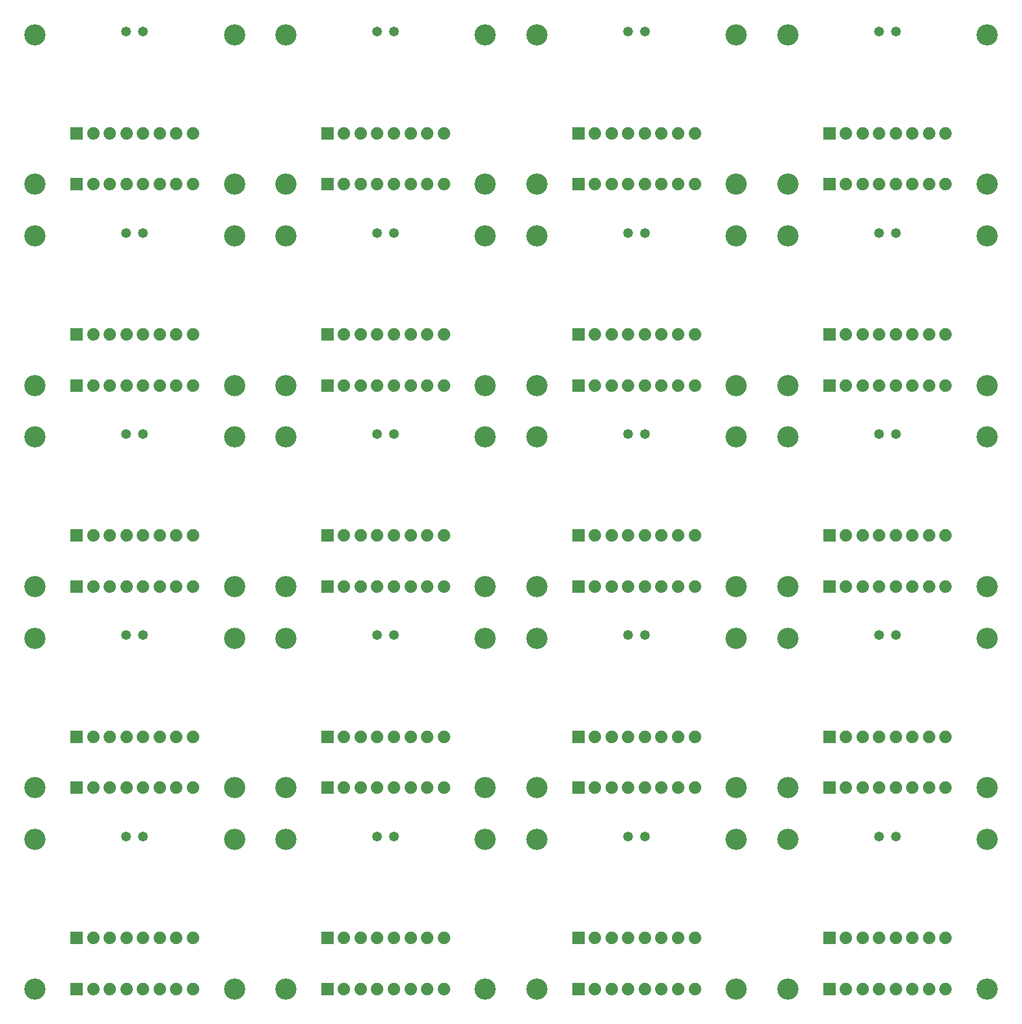
<source format=gbr>
G04 Panel Editor  V12.2 (Build 1133) Date:  Mon Apr 13 15:08:35 2020 *
G04 Database: C:\Users\sergey\Documents\EAGLE\projects\Led_amp\export\CAMOutputs\Panel\Led_amp.cam *
G04 Layer 7: soldermask_bottom.gbr *
%FSLAX34Y34*%
%MOMM*%
%SFA1.000B1.000*%

%MIA0B0*%
%IPPOS*%
%ADD24C,3.20320*%
%ADD25C,1.47320*%
%ADD26R,1.87960X1.87960*%
%ADD27C,1.87960*%
%LNsoldermask_bottom.gbr*%
%SRX1Y1I0J0*%
%LPD*%
%SRX4Y5I37.754J30.254*%
G54D24*
X38770Y38770D03*
X338770D03*
X38770Y263770D03*
X338770D03*
G54D25*
X201470Y268170D03*
X176070D03*
G54D26*
X101270Y115570D03*
G54D27*
X126270D03*
X151270D03*
X176270D03*
X201270D03*
X226270D03*
X251270D03*
X276270D03*
G54D26*
X101270Y38770D03*
G54D27*
X126270D03*
X151270D03*
X176270D03*
X201270D03*
X226270D03*
X251270D03*
X276270D03*
M02*

</source>
